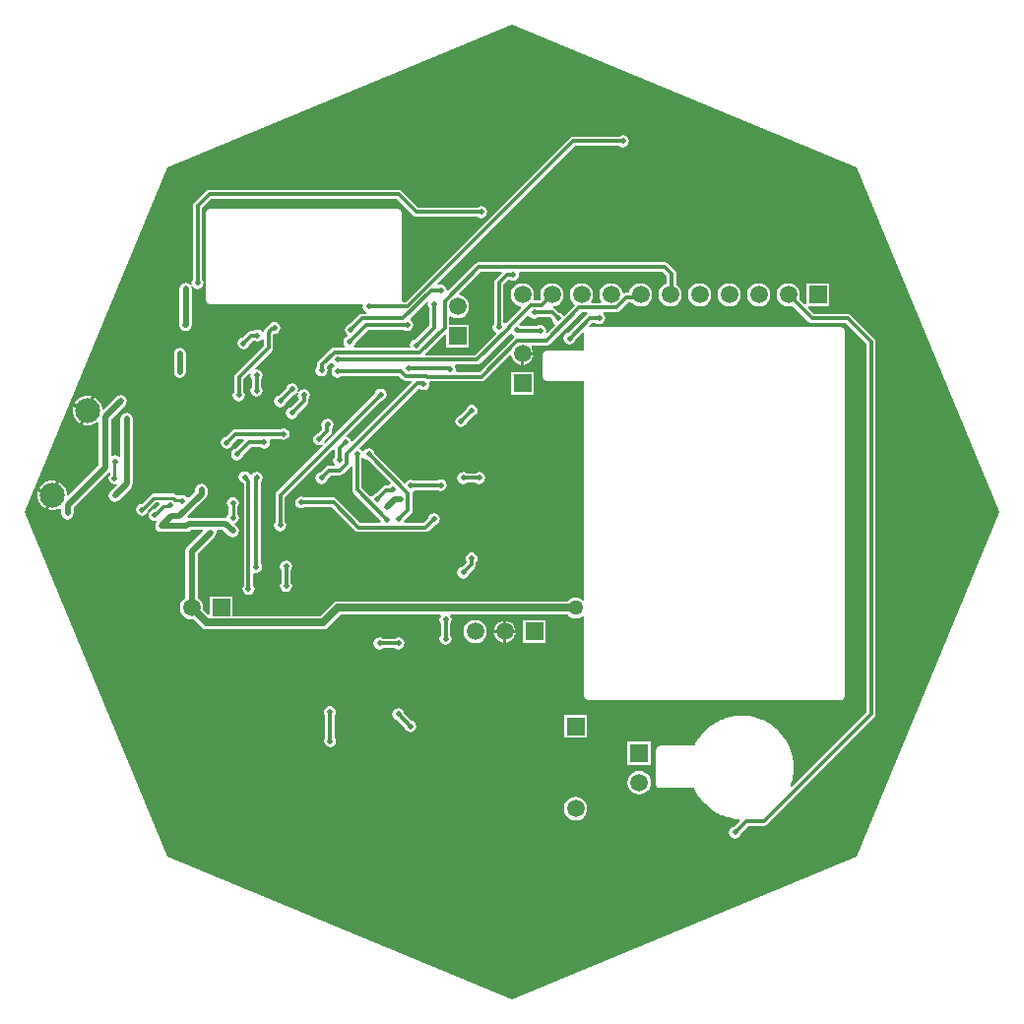
<source format=gbl>
G04*
G04 #@! TF.GenerationSoftware,Altium Limited,Altium Designer,21.4.1 (30)*
G04*
G04 Layer_Physical_Order=2*
G04 Layer_Color=16711680*
%FSLAX44Y44*%
%MOMM*%
G71*
G04*
G04 #@! TF.SameCoordinates,F062A0B2-1153-48B6-B7C1-D9BF76563F52*
G04*
G04*
G04 #@! TF.FilePolarity,Positive*
G04*
G01*
G75*
%ADD12C,0.2540*%
%ADD78C,0.3048*%
%ADD80C,0.5080*%
%ADD81C,0.6350*%
%ADD82R,1.5000X1.5000*%
%ADD83C,1.5000*%
%ADD84C,2.1450*%
%ADD85R,1.5000X1.5000*%
%ADD86C,0.5000*%
%ADD87C,1.2700*%
G36*
X1329019Y1054698D02*
X1451836Y758190D01*
X1329019Y461682D01*
X1032510Y338864D01*
X736002Y461682D01*
X613184Y758190D01*
X736002Y1054698D01*
X1032510Y1177516D01*
X1329019Y1054698D01*
D02*
G37*
%LPC*%
G36*
X1127760Y1082099D02*
X1125794Y1081708D01*
X1124890Y1081104D01*
X1085064D01*
X1083479Y1080788D01*
X1082134Y1079890D01*
X941108Y938864D01*
X938082D01*
X937313Y939800D01*
Y1016000D01*
X937116Y1016992D01*
X936553Y1017833D01*
X935712Y1018396D01*
X934720Y1018593D01*
X772160D01*
X771168Y1018396D01*
X770327Y1017833D01*
X769764Y1016992D01*
X769567Y1016000D01*
Y939800D01*
X769764Y938808D01*
X770327Y937967D01*
X771168Y937404D01*
X772160Y937207D01*
X903509D01*
X904423Y935937D01*
X904181Y934720D01*
X904572Y932754D01*
X905686Y931086D01*
X907354Y929972D01*
X907222Y928704D01*
X903633D01*
X902047Y928388D01*
X900703Y927490D01*
X892876Y919663D01*
X891810Y919451D01*
X890143Y918337D01*
X889029Y916670D01*
X888638Y914703D01*
X889029Y912737D01*
X890143Y911070D01*
X891118Y910418D01*
X891154Y910343D01*
X890894Y909040D01*
X890630Y908988D01*
X888962Y907874D01*
X887848Y906207D01*
X887457Y904240D01*
X887848Y902273D01*
X888714Y900978D01*
X888195Y899708D01*
X879717D01*
X878131Y899392D01*
X876787Y898494D01*
X866124Y887830D01*
X865225Y886486D01*
X864910Y884900D01*
Y883146D01*
X863932Y881684D01*
X863541Y879717D01*
X863932Y877751D01*
X865046Y876084D01*
X866713Y874969D01*
X868680Y874578D01*
X870647Y874969D01*
X872314Y876084D01*
X873428Y877751D01*
X873819Y879717D01*
X873428Y881684D01*
X873197Y882029D01*
Y883184D01*
X876584Y886571D01*
X878151Y886342D01*
X878802Y885366D01*
X879857Y884662D01*
Y883178D01*
X878802Y882474D01*
X877688Y880807D01*
X877297Y878840D01*
X877688Y876873D01*
X878802Y875206D01*
X880470Y874092D01*
X882436Y873701D01*
X884402Y874092D01*
X885306Y874696D01*
X935444D01*
X937747Y872393D01*
X939091Y871495D01*
X940677Y871180D01*
X945818D01*
X946304Y870006D01*
X895225Y818928D01*
X893847Y819346D01*
X893748Y819846D01*
X892634Y821514D01*
X890966Y822628D01*
X890520Y822716D01*
X890152Y823932D01*
X920380Y854160D01*
X921447Y854372D01*
X923114Y855486D01*
X924228Y857153D01*
X924619Y859120D01*
X924228Y861087D01*
X923114Y862754D01*
X921447Y863868D01*
X919480Y864259D01*
X917514Y863868D01*
X915846Y862754D01*
X914732Y861087D01*
X914520Y860020D01*
X871661Y817161D01*
X870675Y817971D01*
X871218Y818784D01*
X871430Y819850D01*
X876317Y824736D01*
X877215Y826081D01*
X877530Y827666D01*
Y829691D01*
X878508Y831153D01*
X878899Y833120D01*
X878508Y835087D01*
X877394Y836754D01*
X875726Y837868D01*
X873760Y838259D01*
X871794Y837868D01*
X870126Y836754D01*
X869012Y835087D01*
X868621Y833120D01*
X869012Y831153D01*
X869243Y830809D01*
Y829383D01*
X865570Y825710D01*
X864504Y825498D01*
X862837Y824384D01*
X861723Y822717D01*
X861332Y820750D01*
X861723Y818784D01*
X862837Y817117D01*
X864504Y816003D01*
X866470Y815612D01*
X868437Y816003D01*
X869250Y816546D01*
X870060Y815560D01*
X830190Y775690D01*
X829292Y774346D01*
X828976Y772760D01*
Y749630D01*
X828372Y748727D01*
X827981Y746760D01*
X828372Y744793D01*
X829486Y743126D01*
X831153Y742012D01*
X833120Y741621D01*
X835087Y742012D01*
X836754Y743126D01*
X837868Y744793D01*
X838259Y746760D01*
X837868Y748727D01*
X837264Y749630D01*
Y771044D01*
X878506Y812286D01*
X879776Y811760D01*
Y805510D01*
X879172Y804606D01*
X878781Y802640D01*
X879172Y800674D01*
X880116Y799261D01*
X879694Y797991D01*
X875127D01*
X873542Y797675D01*
X872197Y796777D01*
X867780Y792360D01*
X866713Y792148D01*
X865046Y791034D01*
X863932Y789367D01*
X863541Y787400D01*
X863932Y785434D01*
X865046Y783766D01*
X866713Y782652D01*
X868680Y782261D01*
X870647Y782652D01*
X872314Y783766D01*
X873428Y785434D01*
X873640Y786500D01*
X876844Y789704D01*
X884410D01*
X885996Y790019D01*
X887340Y790917D01*
X893414Y796991D01*
X893746Y797488D01*
X895016Y797103D01*
Y777240D01*
X895332Y775654D01*
X896230Y774310D01*
X919880Y750660D01*
X919930Y750410D01*
X918984Y749140D01*
X902142D01*
X881920Y769362D01*
X880576Y770260D01*
X878990Y770576D01*
X854199D01*
X853295Y771180D01*
X851329Y771571D01*
X849362Y771180D01*
X847695Y770066D01*
X846581Y768399D01*
X846190Y766432D01*
X846581Y764466D01*
X847695Y762799D01*
X849362Y761685D01*
X851329Y761293D01*
X853295Y761685D01*
X854199Y762289D01*
X877274D01*
X897496Y742066D01*
X898840Y741168D01*
X900426Y740853D01*
X958356D01*
X959942Y741168D01*
X961286Y742066D01*
X966100Y746880D01*
X967167Y747092D01*
X968834Y748206D01*
X969948Y749874D01*
X970339Y751840D01*
X969948Y753807D01*
X968834Y755474D01*
X967167Y756588D01*
X965200Y756979D01*
X963233Y756588D01*
X961566Y755474D01*
X960452Y753807D01*
X960240Y752740D01*
X956640Y749140D01*
X940388D01*
X939574Y750410D01*
X939680Y750940D01*
X945974Y757234D01*
X946872Y758578D01*
X947187Y760164D01*
Y773996D01*
X947083Y774522D01*
X947619Y775923D01*
X948948Y776812D01*
X968916D01*
X969394Y776492D01*
X971360Y776101D01*
X973327Y776492D01*
X974994Y777606D01*
X976108Y779273D01*
X976499Y781240D01*
X976108Y783206D01*
X974994Y784874D01*
X973327Y785987D01*
X971360Y786379D01*
X969394Y785987D01*
X968064Y785099D01*
X948097D01*
X947618Y785418D01*
X945652Y785810D01*
X943686Y785418D01*
X942018Y784305D01*
X941367Y783329D01*
X939800Y783100D01*
X914280Y808620D01*
X914068Y809687D01*
X912954Y811354D01*
X911286Y812468D01*
X909320Y812859D01*
X907354Y812468D01*
X905686Y811354D01*
X904982Y810299D01*
X903498D01*
X902794Y811354D01*
X901818Y812005D01*
X901589Y813572D01*
X952553Y864536D01*
X953052D01*
X954557Y863531D01*
X956524Y863139D01*
X958491Y863531D01*
X960158Y864645D01*
X961272Y866312D01*
X961663Y868278D01*
X961498Y869108D01*
X962540Y870378D01*
X1006251D01*
X1007837Y870693D01*
X1009181Y871591D01*
X1030669Y893079D01*
X1032010Y892624D01*
X1032144Y891600D01*
X1033102Y889289D01*
X1034624Y887305D01*
X1036609Y885782D01*
X1038920Y884825D01*
X1039900Y884696D01*
Y894080D01*
X1041400D01*
Y895580D01*
X1050785D01*
X1050656Y896560D01*
X1049698Y898871D01*
X1049070Y899690D01*
X1049696Y900960D01*
X1061707D01*
X1063293Y901276D01*
X1064637Y902174D01*
X1092175Y929712D01*
X1096986D01*
X1097371Y928442D01*
X1096646Y927958D01*
X1081140Y912451D01*
X1080073Y912239D01*
X1078406Y911125D01*
X1077292Y909458D01*
X1076901Y907492D01*
X1077292Y905525D01*
X1078406Y903858D01*
X1080073Y902744D01*
X1082040Y902353D01*
X1084007Y902744D01*
X1085674Y903858D01*
X1086788Y905525D01*
X1087000Y906591D01*
X1093514Y913105D01*
X1094687Y912619D01*
Y896673D01*
X1061720D01*
X1060728Y896476D01*
X1059886Y895913D01*
X1059324Y895072D01*
X1059127Y894080D01*
Y873760D01*
X1059324Y872768D01*
X1059886Y871926D01*
X1060728Y871364D01*
X1061720Y871167D01*
X1094687D01*
Y682357D01*
X1093875Y682082D01*
X1093417Y682014D01*
X1091603Y683405D01*
X1089441Y684301D01*
X1087120Y684607D01*
X1084799Y684301D01*
X1082637Y683405D01*
X1080780Y681980D01*
X1080386Y681467D01*
X882659D01*
X880429Y681023D01*
X878539Y679760D01*
X867571Y668792D01*
X792360D01*
Y685680D01*
X772280D01*
Y670317D01*
X771010Y669791D01*
X766827Y673973D01*
X767047Y675640D01*
X766702Y678261D01*
X765690Y680703D01*
X764081Y682801D01*
X762100Y684321D01*
Y722375D01*
X776783Y737057D01*
X777905Y738738D01*
X778299Y740720D01*
X778075Y741851D01*
X779037Y743120D01*
X783715D01*
X788818Y738018D01*
X790498Y736895D01*
X792480Y736500D01*
X794462Y736895D01*
X796143Y738018D01*
X797265Y739698D01*
X797660Y741680D01*
X797265Y743662D01*
X796143Y745342D01*
X794136Y747348D01*
X794616Y748665D01*
X796114Y749666D01*
X797228Y751333D01*
X797619Y753300D01*
X797228Y755266D01*
X796365Y756558D01*
Y762662D01*
X797228Y763953D01*
X797619Y765920D01*
X797228Y767887D01*
X796114Y769554D01*
X794446Y770668D01*
X792480Y771059D01*
X790514Y770668D01*
X788846Y769554D01*
X787732Y767887D01*
X787341Y765920D01*
X787732Y763953D01*
X788595Y762662D01*
Y756558D01*
X787732Y755266D01*
X787341Y753300D01*
X787245Y753204D01*
X785860Y753480D01*
X754660D01*
X754036Y753355D01*
X753410Y754526D01*
X769043Y770158D01*
X770165Y771838D01*
X770559Y773820D01*
Y777240D01*
X770165Y779222D01*
X769043Y780902D01*
X767362Y782025D01*
X765380Y782420D01*
X763398Y782025D01*
X761718Y780902D01*
X760595Y779222D01*
X760201Y777240D01*
Y775966D01*
X754508Y770274D01*
X752935Y770497D01*
X752295Y771455D01*
X750628Y772569D01*
X748661Y772960D01*
X746695Y772569D01*
X746108Y772177D01*
X744561D01*
X743820Y772917D01*
X742560Y773759D01*
X741074Y774054D01*
X724450D01*
X722963Y773759D01*
X721703Y772917D01*
X713915Y765129D01*
X712392Y764826D01*
X710724Y763712D01*
X709611Y762045D01*
X709219Y760078D01*
X709611Y758112D01*
X710724Y756444D01*
X712392Y755331D01*
X714358Y754939D01*
X716325Y755331D01*
X717992Y756444D01*
X719106Y758112D01*
X719409Y759635D01*
X726059Y766285D01*
X728515D01*
X729041Y765015D01*
X724757Y760731D01*
X723234Y760428D01*
X721566Y759314D01*
X720453Y757647D01*
X720061Y755680D01*
X720453Y753714D01*
X721566Y752047D01*
X723234Y750933D01*
X725200Y750541D01*
X726424Y750785D01*
X726937Y750125D01*
X727111Y749627D01*
X726087Y748094D01*
X725692Y746112D01*
X726087Y744130D01*
X727209Y742449D01*
X728890Y741327D01*
X730872Y740932D01*
X752472D01*
X754454Y741327D01*
X756134Y742449D01*
X756805Y743120D01*
X766536D01*
X767022Y741947D01*
X753258Y728183D01*
X752135Y726502D01*
X751740Y724520D01*
Y684321D01*
X749759Y682801D01*
X748150Y680703D01*
X747138Y678261D01*
X746793Y675640D01*
X747138Y673019D01*
X748150Y670577D01*
X749759Y668479D01*
X751857Y666870D01*
X754299Y665858D01*
X756920Y665513D01*
X758587Y665733D01*
X765475Y658845D01*
X767365Y657582D01*
X769595Y657138D01*
X869984D01*
X872214Y657582D01*
X874105Y658845D01*
X885073Y669813D01*
X970666D01*
X971345Y668543D01*
X970612Y667447D01*
X970221Y665480D01*
X970612Y663513D01*
X971216Y662610D01*
Y652100D01*
X970612Y651197D01*
X970221Y649230D01*
X970612Y647263D01*
X971726Y645596D01*
X973393Y644482D01*
X975360Y644091D01*
X977327Y644482D01*
X978994Y645596D01*
X980108Y647263D01*
X980499Y649230D01*
X980108Y651197D01*
X979504Y652100D01*
Y662610D01*
X980108Y663513D01*
X980499Y665480D01*
X980108Y667447D01*
X979375Y668543D01*
X980054Y669813D01*
X1080386D01*
X1080780Y669300D01*
X1082637Y667875D01*
X1084799Y666979D01*
X1087120Y666673D01*
X1089441Y666979D01*
X1091603Y667875D01*
X1093417Y669266D01*
X1093875Y669198D01*
X1094687Y668923D01*
Y599440D01*
X1094884Y598448D01*
X1095446Y597607D01*
X1096288Y597044D01*
X1097280Y596847D01*
X1315720D01*
X1316712Y597044D01*
X1317554Y597607D01*
X1318116Y598448D01*
X1318313Y599440D01*
Y914400D01*
X1318116Y915392D01*
X1317554Y916234D01*
X1316712Y916796D01*
X1315720Y916993D01*
X1099061D01*
X1098575Y918166D01*
X1101293Y920884D01*
X1104570D01*
X1105473Y920280D01*
X1107440Y919889D01*
X1109407Y920280D01*
X1111074Y921394D01*
X1112188Y923062D01*
X1112579Y925028D01*
X1112188Y926994D01*
X1111220Y928442D01*
X1111613Y929712D01*
X1122166D01*
X1123752Y930028D01*
X1125096Y930926D01*
X1132644Y938474D01*
X1135260D01*
X1135839Y937719D01*
X1137937Y936110D01*
X1140379Y935098D01*
X1143000Y934753D01*
X1145621Y935098D01*
X1148063Y936110D01*
X1150161Y937719D01*
X1151770Y939817D01*
X1152782Y942259D01*
X1153127Y944880D01*
X1152782Y947501D01*
X1151770Y949943D01*
X1150161Y952041D01*
X1148063Y953650D01*
X1145621Y954662D01*
X1143000Y955007D01*
X1140379Y954662D01*
X1137937Y953650D01*
X1135839Y952041D01*
X1134230Y949943D01*
X1133218Y947501D01*
X1133121Y946761D01*
X1130928D01*
X1130928Y946761D01*
X1129342Y946446D01*
X1128845Y946114D01*
X1127483Y946731D01*
X1127382Y947501D01*
X1126370Y949943D01*
X1124761Y952041D01*
X1122663Y953650D01*
X1120221Y954662D01*
X1117600Y955007D01*
X1114979Y954662D01*
X1112537Y953650D01*
X1110439Y952041D01*
X1108830Y949943D01*
X1107818Y947501D01*
X1107473Y944880D01*
X1107818Y942259D01*
X1108830Y939817D01*
X1109350Y939139D01*
X1108789Y938000D01*
X1101011D01*
X1100450Y939139D01*
X1100970Y939817D01*
X1101982Y942259D01*
X1102327Y944880D01*
X1101982Y947501D01*
X1100970Y949943D01*
X1099361Y952041D01*
X1097263Y953650D01*
X1094821Y954662D01*
X1092200Y955007D01*
X1089579Y954662D01*
X1087137Y953650D01*
X1085039Y952041D01*
X1083430Y949943D01*
X1082418Y947501D01*
X1082073Y944880D01*
X1082418Y942259D01*
X1083430Y939817D01*
X1085039Y937719D01*
X1086212Y936820D01*
X1086295Y935552D01*
X1077732Y926989D01*
X1076165Y927218D01*
X1075514Y928194D01*
X1073847Y929308D01*
X1072780Y929520D01*
X1069730Y932570D01*
X1068386Y933468D01*
X1067741Y933596D01*
X1067784Y934883D01*
X1069421Y935098D01*
X1071863Y936110D01*
X1073961Y937719D01*
X1075570Y939817D01*
X1076582Y942259D01*
X1076927Y944880D01*
X1076582Y947501D01*
X1075570Y949943D01*
X1073961Y952041D01*
X1071863Y953650D01*
X1069421Y954662D01*
X1066800Y955007D01*
X1064179Y954662D01*
X1061737Y953650D01*
X1059639Y952041D01*
X1058030Y949943D01*
X1057018Y947501D01*
X1056673Y944880D01*
X1057018Y942259D01*
X1057399Y941339D01*
X1056408Y940348D01*
X1051533D01*
X1050827Y941404D01*
X1051182Y942259D01*
X1051527Y944880D01*
X1051182Y947501D01*
X1050170Y949943D01*
X1048561Y952041D01*
X1046463Y953650D01*
X1044021Y954662D01*
X1041400Y955007D01*
X1038779Y954662D01*
X1036337Y953650D01*
X1034239Y952041D01*
X1032630Y949943D01*
X1031618Y947501D01*
X1031273Y944880D01*
X1031618Y942259D01*
X1032630Y939817D01*
X1034239Y937719D01*
X1036337Y936110D01*
X1038779Y935098D01*
X1039928Y934947D01*
X1040383Y933606D01*
X1027457Y920679D01*
X1025844Y920649D01*
X1025741Y920711D01*
X1025224Y921230D01*
Y953324D01*
X1029604Y957704D01*
X1031030D01*
X1031375Y957474D01*
X1033341Y957083D01*
X1035308Y957474D01*
X1036975Y958588D01*
X1038089Y960255D01*
X1038480Y962221D01*
X1038251Y963372D01*
X1039197Y964642D01*
X1162221D01*
X1165740Y961123D01*
Y954645D01*
X1163337Y953650D01*
X1161239Y952041D01*
X1159630Y949943D01*
X1158618Y947501D01*
X1158273Y944880D01*
X1158618Y942259D01*
X1159630Y939817D01*
X1161239Y937719D01*
X1163337Y936110D01*
X1165779Y935098D01*
X1168400Y934753D01*
X1171021Y935098D01*
X1173463Y936110D01*
X1175561Y937719D01*
X1177170Y939817D01*
X1178182Y942259D01*
X1178527Y944880D01*
X1178182Y947501D01*
X1177170Y949943D01*
X1175561Y952041D01*
X1174027Y953217D01*
Y962839D01*
X1173712Y964425D01*
X1172814Y965769D01*
X1166867Y971715D01*
X1165523Y972614D01*
X1163937Y972929D01*
X1003995D01*
X1002409Y972614D01*
X1001065Y971715D01*
X977762Y948413D01*
X977015Y948669D01*
X976522Y948969D01*
X976159Y950795D01*
X975045Y952462D01*
X973378Y953576D01*
X971411Y953967D01*
X969445Y953576D01*
X969118Y953358D01*
X968308Y954344D01*
X1086781Y1072816D01*
X1124890D01*
X1125794Y1072212D01*
X1127760Y1071821D01*
X1129726Y1072212D01*
X1131394Y1073326D01*
X1132508Y1074994D01*
X1132899Y1076960D01*
X1132508Y1078926D01*
X1131394Y1080594D01*
X1129726Y1081708D01*
X1127760Y1082099D01*
D02*
G37*
G36*
X934720Y1035384D02*
X772160D01*
X770574Y1035068D01*
X769230Y1034170D01*
X759070Y1024010D01*
X758172Y1022666D01*
X757856Y1021080D01*
Y957910D01*
X757252Y957007D01*
X756861Y955040D01*
X757191Y953381D01*
X755995Y952885D01*
X755502Y953623D01*
X753822Y954745D01*
X751840Y955139D01*
X749858Y954745D01*
X748177Y953623D01*
X747055Y951942D01*
X746661Y949960D01*
Y919245D01*
X746557Y918727D01*
X746952Y916744D01*
X748074Y915064D01*
X749755Y913941D01*
X751737Y913547D01*
X753719Y913941D01*
X755399Y915064D01*
X755502Y915167D01*
X756625Y916847D01*
X757020Y918830D01*
Y949960D01*
X756686Y951635D01*
X757883Y952130D01*
X758366Y951406D01*
X760033Y950292D01*
X762000Y949901D01*
X763967Y950292D01*
X765634Y951406D01*
X766748Y953074D01*
X767139Y955040D01*
X766748Y957007D01*
X766144Y957910D01*
Y1019364D01*
X773876Y1027096D01*
X933004D01*
X947030Y1013070D01*
X948374Y1012172D01*
X949960Y1011856D01*
X1002970D01*
X1003874Y1011252D01*
X1005840Y1010861D01*
X1007806Y1011252D01*
X1009474Y1012366D01*
X1010588Y1014034D01*
X1010979Y1016000D01*
X1010588Y1017967D01*
X1009474Y1019634D01*
X1007806Y1020748D01*
X1005840Y1021139D01*
X1003874Y1020748D01*
X1002970Y1020144D01*
X951676D01*
X937650Y1034170D01*
X936306Y1035068D01*
X934720Y1035384D01*
D02*
G37*
G36*
X1244600Y955007D02*
X1241979Y954662D01*
X1239537Y953650D01*
X1237439Y952041D01*
X1235830Y949943D01*
X1234818Y947501D01*
X1234473Y944880D01*
X1234818Y942259D01*
X1235830Y939817D01*
X1237439Y937719D01*
X1239537Y936110D01*
X1241979Y935098D01*
X1244600Y934753D01*
X1247221Y935098D01*
X1249663Y936110D01*
X1251761Y937719D01*
X1253370Y939817D01*
X1254382Y942259D01*
X1254727Y944880D01*
X1254382Y947501D01*
X1253370Y949943D01*
X1251761Y952041D01*
X1249663Y953650D01*
X1247221Y954662D01*
X1244600Y955007D01*
D02*
G37*
G36*
X1219200D02*
X1216579Y954662D01*
X1214137Y953650D01*
X1212039Y952041D01*
X1210430Y949943D01*
X1209418Y947501D01*
X1209073Y944880D01*
X1209418Y942259D01*
X1210430Y939817D01*
X1212039Y937719D01*
X1214137Y936110D01*
X1216579Y935098D01*
X1219200Y934753D01*
X1221821Y935098D01*
X1224263Y936110D01*
X1226361Y937719D01*
X1227970Y939817D01*
X1228982Y942259D01*
X1229327Y944880D01*
X1228982Y947501D01*
X1227970Y949943D01*
X1226361Y952041D01*
X1224263Y953650D01*
X1221821Y954662D01*
X1219200Y955007D01*
D02*
G37*
G36*
X1193800D02*
X1191179Y954662D01*
X1188737Y953650D01*
X1186639Y952041D01*
X1185030Y949943D01*
X1184018Y947501D01*
X1183673Y944880D01*
X1184018Y942259D01*
X1185030Y939817D01*
X1186639Y937719D01*
X1188737Y936110D01*
X1191179Y935098D01*
X1193800Y934753D01*
X1196421Y935098D01*
X1198863Y936110D01*
X1200961Y937719D01*
X1202570Y939817D01*
X1203582Y942259D01*
X1203927Y944880D01*
X1203582Y947501D01*
X1202570Y949943D01*
X1200961Y952041D01*
X1198863Y953650D01*
X1196421Y954662D01*
X1193800Y955007D01*
D02*
G37*
G36*
X828040Y921614D02*
X826074Y921223D01*
X824406Y920109D01*
X823292Y918442D01*
X823254Y918247D01*
X823160Y918228D01*
X821815Y917330D01*
X820030Y915545D01*
X819132Y914200D01*
X818898Y913027D01*
X817705Y912698D01*
X817585Y912707D01*
X817025Y913545D01*
X815358Y914659D01*
X813391Y915050D01*
X811425Y914659D01*
X809962Y913682D01*
X807938D01*
X806352Y913366D01*
X805008Y912468D01*
X800668Y908128D01*
X799602Y907916D01*
X797935Y906802D01*
X796821Y905135D01*
X796430Y903169D01*
X796821Y901202D01*
X797935Y899535D01*
X799602Y898421D01*
X801569Y898030D01*
X803535Y898421D01*
X805202Y899535D01*
X806316Y901202D01*
X806528Y902268D01*
X809654Y905394D01*
X811080D01*
X811425Y905164D01*
X813391Y904773D01*
X815358Y905164D01*
X817025Y906278D01*
X817546Y907058D01*
X818816Y906673D01*
Y901141D01*
X794630Y876954D01*
X793732Y875610D01*
X793416Y874024D01*
Y861390D01*
X792812Y860487D01*
X792421Y858520D01*
X792812Y856553D01*
X793926Y854886D01*
X795593Y853772D01*
X797560Y853381D01*
X799527Y853772D01*
X801194Y854886D01*
X802308Y856553D01*
X802699Y858520D01*
X802308Y860487D01*
X801704Y861390D01*
Y872308D01*
X806696Y877300D01*
X807866Y876674D01*
X807661Y875644D01*
X808052Y873678D01*
X808656Y872774D01*
Y865386D01*
X808052Y864482D01*
X807661Y862516D01*
X808052Y860549D01*
X809166Y858882D01*
X810834Y857768D01*
X812800Y857377D01*
X814766Y857768D01*
X816434Y858882D01*
X817548Y860549D01*
X817939Y862516D01*
X817548Y864482D01*
X816944Y865386D01*
Y872774D01*
X817548Y873678D01*
X817939Y875644D01*
X817548Y877610D01*
X816434Y879278D01*
X814766Y880392D01*
X812800Y880783D01*
X811770Y880578D01*
X811144Y881748D01*
X825890Y896494D01*
X826788Y897838D01*
X827104Y899424D01*
X827104Y899424D01*
Y910626D01*
X828221Y911373D01*
X830006Y911728D01*
X831674Y912842D01*
X832788Y914509D01*
X833179Y916475D01*
X832788Y918442D01*
X831674Y920109D01*
X830006Y921223D01*
X828040Y921614D01*
D02*
G37*
G36*
X1050785Y892580D02*
X1042900D01*
Y884696D01*
X1043880Y884825D01*
X1046191Y885782D01*
X1048175Y887305D01*
X1049698Y889289D01*
X1050656Y891600D01*
X1050785Y892580D01*
D02*
G37*
G36*
X746859Y899259D02*
X744877Y898865D01*
X743196Y897742D01*
X742074Y896062D01*
X741679Y894080D01*
Y878824D01*
X742074Y876842D01*
X743196Y875162D01*
X743239Y875119D01*
X744920Y873996D01*
X746902Y873602D01*
X748884Y873996D01*
X750564Y875119D01*
X751687Y876799D01*
X752081Y878781D01*
X752038Y878997D01*
Y894080D01*
X751644Y896062D01*
X750521Y897742D01*
X748841Y898865D01*
X746859Y899259D01*
D02*
G37*
G36*
X1051440Y878720D02*
X1031360D01*
Y858640D01*
X1051440D01*
Y878720D01*
D02*
G37*
G36*
X668878Y858278D02*
X665527D01*
X662291Y857411D01*
X659389Y855735D01*
X657020Y853366D01*
X656101Y851775D01*
X666391Y847513D01*
X670653Y857802D01*
X668878Y858278D01*
D02*
G37*
G36*
X695960Y858620D02*
X693978Y858225D01*
X692298Y857103D01*
X681101Y845906D01*
X679927Y846392D01*
Y847228D01*
X679060Y850464D01*
X677385Y853366D01*
X675016Y855735D01*
X673424Y856654D01*
X668588Y844979D01*
X663752Y833303D01*
X665527Y832828D01*
X668878D01*
X672114Y833695D01*
X675016Y835370D01*
X676115Y836469D01*
X677288Y835983D01*
Y798621D01*
X650869Y772202D01*
X649695Y772688D01*
Y774241D01*
X648828Y777478D01*
X647153Y780379D01*
X644784Y782749D01*
X643192Y783668D01*
X638356Y771992D01*
X633520Y760317D01*
X635295Y759841D01*
X638646D01*
X641882Y760708D01*
X643791Y761810D01*
X645061Y761077D01*
Y756920D01*
X645455Y754938D01*
X646578Y753258D01*
X648258Y752135D01*
X650240Y751740D01*
X652222Y752135D01*
X653903Y753258D01*
X655025Y754938D01*
X655419Y756920D01*
Y762102D01*
X685679Y792362D01*
X686949Y791836D01*
Y790635D01*
X686041Y789275D01*
X685649Y787308D01*
X686041Y785342D01*
X687154Y783674D01*
X688822Y782561D01*
X690788Y782169D01*
X692012Y782413D01*
X692637Y781242D01*
X687217Y775823D01*
X686095Y774142D01*
X685701Y772160D01*
X686095Y770178D01*
X687217Y768497D01*
X688898Y767375D01*
X690880Y766981D01*
X692862Y767375D01*
X694542Y768497D01*
X704703Y778658D01*
X705825Y780338D01*
X706219Y782320D01*
Y838200D01*
X705825Y840182D01*
X704703Y841862D01*
X703022Y842985D01*
X701040Y843380D01*
X699058Y842985D01*
X697377Y841862D01*
X696255Y840182D01*
X695861Y838200D01*
Y805623D01*
X694591Y805238D01*
X694514Y805353D01*
X692847Y806467D01*
X690880Y806858D01*
X688913Y806467D01*
X688767Y806369D01*
X687647Y806968D01*
Y837802D01*
X699622Y849778D01*
X700745Y851458D01*
X701140Y853440D01*
X700745Y855422D01*
X699622Y857103D01*
X697942Y858225D01*
X695960Y858620D01*
D02*
G37*
G36*
X843280Y868739D02*
X841313Y868348D01*
X839646Y867234D01*
X838532Y865566D01*
X838320Y864500D01*
X832220Y858400D01*
X831153Y858188D01*
X829486Y857074D01*
X828372Y855406D01*
X827981Y853440D01*
X828372Y851473D01*
X829486Y849806D01*
X831153Y848692D01*
X833120Y848301D01*
X835087Y848692D01*
X836754Y849806D01*
X837868Y851473D01*
X838080Y852540D01*
X844180Y858640D01*
X845247Y858852D01*
X846914Y859966D01*
X847358Y860631D01*
X847596Y860987D01*
X848692Y860487D01*
X848592Y859980D01*
X848301Y858520D01*
X848692Y856553D01*
X849296Y855650D01*
Y855156D01*
X842380Y848240D01*
X841313Y848028D01*
X839646Y846914D01*
X838532Y845247D01*
X838141Y843280D01*
X838532Y841313D01*
X839646Y839646D01*
X841313Y838532D01*
X843280Y838141D01*
X845247Y838532D01*
X846914Y839646D01*
X848028Y841313D01*
X848240Y842380D01*
X856370Y850510D01*
X857268Y851854D01*
X857584Y853440D01*
Y855650D01*
X858188Y856553D01*
X858579Y858520D01*
X858188Y860487D01*
X857074Y862154D01*
X855406Y863268D01*
X853440Y863659D01*
X851473Y863268D01*
X849806Y862154D01*
X849362Y861489D01*
X849124Y861133D01*
X848028Y861634D01*
X848128Y862140D01*
X848419Y863600D01*
X848028Y865566D01*
X846914Y867234D01*
X845247Y868348D01*
X843280Y868739D01*
D02*
G37*
G36*
X654953Y849003D02*
X654477Y847228D01*
Y843877D01*
X655345Y840641D01*
X657020Y837739D01*
X659389Y835370D01*
X660981Y834451D01*
X665243Y844741D01*
X654953Y849003D01*
D02*
G37*
G36*
X997863Y850602D02*
X995897Y850211D01*
X994230Y849097D01*
X993116Y847430D01*
X992904Y846364D01*
X987680Y841140D01*
X986614Y840928D01*
X984947Y839814D01*
X983833Y838147D01*
X983442Y836180D01*
X983833Y834214D01*
X984947Y832547D01*
X986614Y831433D01*
X988580Y831042D01*
X990547Y831433D01*
X992214Y832547D01*
X993328Y834214D01*
X993540Y835280D01*
X998764Y840504D01*
X999830Y840716D01*
X1001497Y841830D01*
X1002611Y843497D01*
X1003002Y845463D01*
X1002611Y847430D01*
X1001497Y849097D01*
X999830Y850211D01*
X997863Y850602D01*
D02*
G37*
G36*
X835963Y830335D02*
X833997Y829944D01*
X833093Y829340D01*
X794716D01*
X793131Y829025D01*
X791787Y828127D01*
X786228Y822568D01*
X785162Y822356D01*
X783495Y821242D01*
X782381Y819575D01*
X781990Y817609D01*
X782381Y815642D01*
X783495Y813975D01*
X785162Y812861D01*
X787129Y812470D01*
X789095Y812861D01*
X790762Y813975D01*
X791876Y815642D01*
X792088Y816708D01*
X796433Y821053D01*
X801753D01*
X802279Y819783D01*
X795176Y812680D01*
X794109Y812468D01*
X792442Y811354D01*
X791328Y809687D01*
X790937Y807720D01*
X791328Y805753D01*
X792442Y804086D01*
X794109Y802972D01*
X796076Y802581D01*
X798043Y802972D01*
X799710Y804086D01*
X800824Y805753D01*
X801036Y806820D01*
X807952Y813736D01*
X816494D01*
X817398Y813132D01*
X819364Y812741D01*
X821330Y813132D01*
X822998Y814246D01*
X824112Y815913D01*
X824503Y817880D01*
X824124Y819783D01*
X824113Y820006D01*
X824765Y821053D01*
X833093D01*
X833997Y820449D01*
X835963Y820058D01*
X837930Y820449D01*
X839597Y821563D01*
X840711Y823230D01*
X841102Y825197D01*
X840711Y827163D01*
X839597Y828830D01*
X837930Y829944D01*
X835963Y830335D01*
D02*
G37*
G36*
X1004345Y792539D02*
X1002379Y792148D01*
X1001475Y791544D01*
X993470D01*
X992567Y792148D01*
X990600Y792539D01*
X988633Y792148D01*
X986966Y791034D01*
X985852Y789367D01*
X985461Y787400D01*
X985852Y785434D01*
X986966Y783766D01*
X988633Y782652D01*
X990600Y782261D01*
X992567Y782652D01*
X993470Y783256D01*
X1001475D01*
X1002379Y782652D01*
X1004345Y782261D01*
X1006312Y782652D01*
X1007979Y783766D01*
X1009093Y785434D01*
X1009484Y787400D01*
X1009093Y789367D01*
X1007979Y791034D01*
X1006312Y792148D01*
X1004345Y792539D01*
D02*
G37*
G36*
X638646Y785291D02*
X635295D01*
X632059Y784424D01*
X629157Y782749D01*
X626788Y780379D01*
X625869Y778788D01*
X636159Y774526D01*
X640421Y784816D01*
X638646Y785291D01*
D02*
G37*
G36*
X624721Y776016D02*
X624245Y774241D01*
Y770891D01*
X625113Y767654D01*
X626788Y764753D01*
X629157Y762384D01*
X630748Y761465D01*
X635011Y771754D01*
X624721Y776016D01*
D02*
G37*
G36*
X802640Y793259D02*
X800674Y792868D01*
X799006Y791754D01*
X797892Y790087D01*
X797501Y788120D01*
X797892Y786153D01*
X799006Y784486D01*
X800674Y783372D01*
X801080Y783292D01*
X801813Y782559D01*
Y695021D01*
X801209Y694117D01*
X800817Y692150D01*
X801209Y690184D01*
X802322Y688517D01*
X803990Y687403D01*
X805956Y687011D01*
X807923Y687403D01*
X809590Y688517D01*
X810704Y690184D01*
X811095Y692150D01*
X810704Y694117D01*
X810100Y695021D01*
Y705065D01*
X811370Y706010D01*
X812520Y705781D01*
X814487Y706173D01*
X816154Y707287D01*
X817268Y708954D01*
X817659Y710920D01*
X817268Y712887D01*
X816804Y713581D01*
Y784320D01*
X817548Y785434D01*
X817939Y787400D01*
X817548Y789367D01*
X816434Y791034D01*
X814766Y792148D01*
X812800Y792539D01*
X810834Y792148D01*
X809166Y791034D01*
X808648Y790258D01*
X808230Y790201D01*
X807197Y790372D01*
X806274Y791754D01*
X804606Y792868D01*
X802640Y793259D01*
D02*
G37*
G36*
X997781Y723520D02*
X995815Y723129D01*
X994148Y722015D01*
X993034Y720348D01*
X992643Y718381D01*
X993034Y716415D01*
X993264Y716070D01*
Y714644D01*
X989700Y711080D01*
X988633Y710868D01*
X986966Y709754D01*
X985852Y708086D01*
X985461Y706120D01*
X985852Y704154D01*
X986966Y702486D01*
X988633Y701372D01*
X990600Y700981D01*
X992567Y701372D01*
X994234Y702486D01*
X995348Y704154D01*
X995560Y705220D01*
X1000338Y709998D01*
X1001236Y711342D01*
X1001552Y712928D01*
Y714952D01*
X1002529Y716415D01*
X1002920Y718381D01*
X1002529Y720348D01*
X1001415Y722015D01*
X999748Y723129D01*
X997781Y723520D01*
D02*
G37*
G36*
X838200Y716339D02*
X836234Y715948D01*
X834566Y714834D01*
X833452Y713167D01*
X833061Y711200D01*
X833452Y709233D01*
X834056Y708330D01*
Y697500D01*
X833452Y696597D01*
X833061Y694630D01*
X833452Y692663D01*
X834566Y690996D01*
X836234Y689882D01*
X838200Y689491D01*
X840166Y689882D01*
X841834Y690996D01*
X842948Y692663D01*
X843339Y694630D01*
X842948Y696597D01*
X842344Y697500D01*
Y708330D01*
X842948Y709233D01*
X843339Y711200D01*
X842948Y713167D01*
X841834Y714834D01*
X840166Y715948D01*
X838200Y716339D01*
D02*
G37*
G36*
X1027660Y664705D02*
Y656820D01*
X1035545D01*
X1035415Y657800D01*
X1034458Y660111D01*
X1032935Y662095D01*
X1030951Y663618D01*
X1028640Y664576D01*
X1027660Y664705D01*
D02*
G37*
G36*
X1024660D02*
X1023680Y664576D01*
X1021369Y663618D01*
X1019385Y662095D01*
X1017862Y660111D01*
X1016905Y657800D01*
X1016776Y656820D01*
X1024660D01*
Y664705D01*
D02*
G37*
G36*
X934720Y650299D02*
X932754Y649908D01*
X931850Y649304D01*
X921526D01*
X920622Y649908D01*
X918656Y650299D01*
X916690Y649908D01*
X915022Y648794D01*
X913908Y647126D01*
X913517Y645160D01*
X913908Y643194D01*
X915022Y641526D01*
X916690Y640412D01*
X918656Y640021D01*
X920622Y640412D01*
X921526Y641016D01*
X931850D01*
X932754Y640412D01*
X934720Y640021D01*
X936686Y640412D01*
X938354Y641526D01*
X939468Y643194D01*
X939859Y645160D01*
X939468Y647126D01*
X938354Y648794D01*
X936686Y649908D01*
X934720Y650299D01*
D02*
G37*
G36*
X1035545Y653820D02*
X1027660D01*
Y645936D01*
X1028640Y646065D01*
X1030951Y647022D01*
X1032935Y648544D01*
X1034458Y650529D01*
X1035415Y652840D01*
X1035545Y653820D01*
D02*
G37*
G36*
X1024660D02*
X1016776D01*
X1016905Y652840D01*
X1017862Y650529D01*
X1019385Y648544D01*
X1021369Y647022D01*
X1023680Y646065D01*
X1024660Y645936D01*
Y653820D01*
D02*
G37*
G36*
X1061600Y665360D02*
X1041520D01*
Y645280D01*
X1061600D01*
Y665360D01*
D02*
G37*
G36*
X1000760Y665447D02*
X998139Y665102D01*
X995697Y664090D01*
X993599Y662481D01*
X991990Y660383D01*
X990978Y657941D01*
X990633Y655320D01*
X990978Y652699D01*
X991990Y650257D01*
X993599Y648159D01*
X995697Y646550D01*
X998139Y645538D01*
X1000760Y645193D01*
X1003381Y645538D01*
X1005823Y646550D01*
X1007921Y648159D01*
X1009530Y650257D01*
X1010542Y652699D01*
X1010887Y655320D01*
X1010542Y657941D01*
X1009530Y660383D01*
X1007921Y662481D01*
X1005823Y664090D01*
X1003381Y665102D01*
X1000760Y665447D01*
D02*
G37*
G36*
X934720Y589339D02*
X932754Y588948D01*
X931086Y587834D01*
X929972Y586166D01*
X929581Y584200D01*
X929972Y582234D01*
X931086Y580566D01*
X932754Y579452D01*
X933820Y579240D01*
X940192Y572868D01*
X940404Y571802D01*
X941518Y570135D01*
X943185Y569021D01*
X945151Y568630D01*
X947118Y569021D01*
X948785Y570135D01*
X949899Y571802D01*
X950290Y573769D01*
X949899Y575735D01*
X948785Y577402D01*
X947118Y578516D01*
X946052Y578728D01*
X939680Y585100D01*
X939468Y586166D01*
X938354Y587834D01*
X936686Y588948D01*
X934720Y589339D01*
D02*
G37*
G36*
X1097160Y584020D02*
X1077080D01*
Y563940D01*
X1097160D01*
Y584020D01*
D02*
G37*
G36*
X875780Y591358D02*
X873813Y590967D01*
X872146Y589853D01*
X871032Y588186D01*
X870641Y586220D01*
X871032Y584253D01*
X871636Y583349D01*
Y563509D01*
X871396Y563150D01*
X871005Y561184D01*
X871396Y559217D01*
X872510Y557550D01*
X874177Y556436D01*
X876143Y556045D01*
X878110Y556436D01*
X879777Y557550D01*
X880891Y559217D01*
X881282Y561184D01*
X880891Y563150D01*
X879923Y564598D01*
Y583349D01*
X880527Y584253D01*
X880918Y586220D01*
X880527Y588186D01*
X879413Y589853D01*
X877746Y590967D01*
X875780Y591358D01*
D02*
G37*
G36*
X1151924Y560839D02*
X1131844D01*
Y540760D01*
X1151924D01*
Y560839D01*
D02*
G37*
G36*
X1270000Y955007D02*
X1267379Y954662D01*
X1264937Y953650D01*
X1262839Y952041D01*
X1261230Y949943D01*
X1260218Y947501D01*
X1259873Y944880D01*
X1260218Y942259D01*
X1261230Y939817D01*
X1262839Y937719D01*
X1264937Y936110D01*
X1267379Y935098D01*
X1270000Y934753D01*
X1272621Y935098D01*
X1273541Y935479D01*
X1287390Y921630D01*
X1288734Y920732D01*
X1290320Y920416D01*
X1319084D01*
X1336976Y902524D01*
Y586088D01*
X1272959Y522071D01*
X1271842Y522749D01*
X1273092Y526715D01*
X1273188Y526998D01*
X1273200Y527057D01*
X1273563Y528207D01*
X1273584Y528405D01*
X1273652Y528592D01*
X1274156Y531861D01*
X1274327Y532725D01*
X1274356Y533164D01*
X1274630Y534944D01*
X1274621Y535143D01*
X1274660Y535338D01*
Y537804D01*
X1274709Y538551D01*
X1274660Y539299D01*
Y541764D01*
X1274621Y541960D01*
X1274630Y542158D01*
X1274356Y543938D01*
X1274327Y544378D01*
X1274156Y545241D01*
X1273652Y548510D01*
X1273584Y548697D01*
X1273563Y548895D01*
X1273200Y550046D01*
X1273188Y550104D01*
X1273092Y550388D01*
X1271630Y555024D01*
X1271534Y555199D01*
X1271483Y555391D01*
X1268641Y561155D01*
X1268519Y561312D01*
X1268439Y561495D01*
X1265651Y565476D01*
X1265485Y565726D01*
X1265445Y565771D01*
X1264753Y566759D01*
X1264609Y566897D01*
X1264502Y567064D01*
X1262215Y569454D01*
X1261635Y570116D01*
X1261303Y570406D01*
X1260058Y571707D01*
X1259895Y571821D01*
X1259764Y571970D01*
X1257808Y573471D01*
X1257245Y573965D01*
X1256622Y574382D01*
X1254666Y575883D01*
X1254487Y575971D01*
X1254335Y576099D01*
X1252756Y576965D01*
X1252390Y577209D01*
X1251600Y577599D01*
X1248700Y579190D01*
X1248511Y579250D01*
X1248341Y579353D01*
X1247207Y579766D01*
X1247153Y579792D01*
X1246869Y579888D01*
X1242301Y581551D01*
X1242105Y581581D01*
X1241921Y581657D01*
X1235618Y582911D01*
X1235419D01*
X1235226Y582958D01*
X1230368Y583170D01*
X1230070Y583190D01*
X1230011Y583186D01*
X1228805Y583239D01*
X1228608Y583208D01*
X1228410Y583226D01*
X1225122Y582866D01*
X1224244Y582808D01*
X1223812Y582722D01*
X1222022Y582526D01*
X1221832Y582466D01*
X1221634Y582453D01*
X1219252Y581815D01*
X1218517Y581669D01*
X1217808Y581428D01*
X1215426Y580790D01*
X1215247Y580702D01*
X1215053Y580659D01*
X1213405Y579934D01*
X1212988Y579792D01*
X1212199Y579403D01*
X1209171Y578070D01*
X1209008Y577956D01*
X1208822Y577884D01*
X1207805Y577236D01*
X1207751Y577209D01*
X1207503Y577043D01*
X1203402Y574431D01*
X1203259Y574294D01*
X1203086Y574194D01*
X1198254Y569957D01*
X1198133Y569799D01*
X1197978Y569674D01*
X1194853Y565950D01*
X1194656Y565726D01*
X1194623Y565676D01*
X1193847Y564751D01*
X1193752Y564577D01*
X1193617Y564430D01*
X1191901Y561602D01*
X1191412Y560871D01*
X1191217Y560476D01*
X1190283Y558936D01*
X1190215Y558749D01*
X1190105Y558584D01*
X1189538Y557217D01*
X1159783D01*
X1159783Y557233D01*
X1159617Y557214D01*
X1159226Y557136D01*
X1159223Y557135D01*
X1158633Y557018D01*
X1158626Y557017D01*
X1158600Y557006D01*
X1158564Y556991D01*
X1158466Y556971D01*
X1158383Y556916D01*
X1158320Y556890D01*
X1157480Y556328D01*
X1157432Y556281D01*
X1157349Y556225D01*
X1157294Y556142D01*
X1157246Y556094D01*
X1157246Y556094D01*
X1157246Y556094D01*
X1157001Y555728D01*
X1156684Y555254D01*
X1156684Y555254D01*
X1156684Y555254D01*
X1156659Y555192D01*
X1156603Y555108D01*
X1156583Y555010D01*
X1156558Y554948D01*
X1156556Y554941D01*
X1156471Y554511D01*
X1156470Y554507D01*
X1156361Y553957D01*
X1156341Y553791D01*
X1156357D01*
Y523311D01*
X1156555Y522319D01*
X1157117Y521478D01*
X1157958Y520916D01*
X1158950Y520718D01*
X1189193D01*
X1190105Y518519D01*
X1190215Y518353D01*
X1190283Y518166D01*
X1191217Y516626D01*
X1191412Y516232D01*
X1191901Y515501D01*
X1193617Y512672D01*
X1193751Y512525D01*
X1193847Y512351D01*
X1194623Y511426D01*
X1194656Y511377D01*
X1194852Y511154D01*
X1197978Y507428D01*
X1198133Y507303D01*
X1198254Y507146D01*
X1203086Y502908D01*
X1203259Y502809D01*
X1203402Y502671D01*
X1207504Y500058D01*
X1207751Y499893D01*
X1207804Y499866D01*
X1208822Y499218D01*
X1209008Y499146D01*
X1209171Y499032D01*
X1212199Y497699D01*
X1212988Y497310D01*
X1213405Y497169D01*
X1215053Y496443D01*
X1215247Y496400D01*
X1215426Y496312D01*
X1217808Y495674D01*
X1218517Y495434D01*
X1219251Y495287D01*
X1221634Y494649D01*
X1221832Y494636D01*
X1222022Y494576D01*
X1223812Y494380D01*
X1224244Y494294D01*
X1225121Y494237D01*
X1227951Y493927D01*
X1228447Y492803D01*
X1228453Y492633D01*
X1223380Y487560D01*
X1222314Y487348D01*
X1220646Y486234D01*
X1219532Y484566D01*
X1219141Y482600D01*
X1219532Y480634D01*
X1220646Y478966D01*
X1222314Y477852D01*
X1224280Y477461D01*
X1226246Y477852D01*
X1227914Y478966D01*
X1229028Y480634D01*
X1229240Y481700D01*
X1235783Y488243D01*
X1249136D01*
X1250721Y488559D01*
X1252066Y489457D01*
X1344050Y581441D01*
X1344948Y582786D01*
X1345264Y584371D01*
Y904240D01*
X1344948Y905826D01*
X1344050Y907170D01*
X1323730Y927490D01*
X1322386Y928388D01*
X1320800Y928704D01*
X1292036D01*
X1287073Y933667D01*
X1287559Y934840D01*
X1305440D01*
Y954920D01*
X1285360D01*
Y937039D01*
X1284187Y936553D01*
X1279401Y941339D01*
X1279782Y942259D01*
X1280127Y944880D01*
X1279782Y947501D01*
X1278770Y949943D01*
X1277161Y952041D01*
X1275063Y953650D01*
X1272621Y954662D01*
X1270000Y955007D01*
D02*
G37*
G36*
X1141884Y535526D02*
X1139263Y535181D01*
X1136821Y534169D01*
X1134724Y532560D01*
X1133114Y530463D01*
X1132103Y528020D01*
X1131758Y525400D01*
X1132103Y522779D01*
X1133114Y520336D01*
X1134724Y518239D01*
X1136821Y516629D01*
X1139263Y515618D01*
X1141884Y515273D01*
X1144505Y515618D01*
X1146947Y516629D01*
X1149045Y518239D01*
X1150654Y520336D01*
X1151666Y522779D01*
X1152011Y525400D01*
X1151666Y528020D01*
X1150654Y530463D01*
X1149045Y532560D01*
X1146947Y534169D01*
X1144505Y535181D01*
X1141884Y535526D01*
D02*
G37*
G36*
X1087120Y513107D02*
X1084499Y512762D01*
X1082057Y511750D01*
X1079959Y510141D01*
X1078350Y508043D01*
X1077338Y505601D01*
X1076993Y502980D01*
X1077338Y500359D01*
X1078350Y497917D01*
X1079959Y495819D01*
X1082057Y494210D01*
X1084499Y493198D01*
X1087120Y492853D01*
X1089741Y493198D01*
X1092183Y494210D01*
X1094281Y495819D01*
X1095890Y497917D01*
X1096902Y500359D01*
X1097247Y502980D01*
X1096902Y505601D01*
X1095890Y508043D01*
X1094281Y510141D01*
X1092183Y511750D01*
X1089741Y512762D01*
X1087120Y513107D01*
D02*
G37*
%LPD*%
G36*
X1023648Y963468D02*
X1018150Y957970D01*
X1017252Y956626D01*
X1016936Y955040D01*
Y920002D01*
X1016332Y919099D01*
X1015941Y917132D01*
X1016332Y915165D01*
X1017446Y913498D01*
X1018422Y912847D01*
X1018651Y911280D01*
X1000515Y893144D01*
X958286D01*
X957800Y894317D01*
X974307Y910824D01*
X975480Y910338D01*
Y899280D01*
X995560D01*
Y919360D01*
X978640D01*
Y925909D01*
X979779Y926470D01*
X980457Y925950D01*
X982899Y924938D01*
X985520Y924593D01*
X988141Y924938D01*
X990583Y925950D01*
X992681Y927559D01*
X994290Y929657D01*
X995302Y932099D01*
X995647Y934720D01*
X995302Y937341D01*
X994290Y939783D01*
X992681Y941881D01*
X990583Y943490D01*
X988141Y944502D01*
X987294Y944613D01*
X986885Y945816D01*
X1005711Y964642D01*
X1023162D01*
X1023648Y963468D01*
D02*
G37*
G36*
X960376Y938677D02*
X960442Y938575D01*
X960061Y936660D01*
X960452Y934694D01*
X961056Y933790D01*
Y918576D01*
X949060Y906580D01*
X947993Y906368D01*
X946326Y905254D01*
X945212Y903587D01*
X944821Y901620D01*
X945050Y900470D01*
X944105Y899200D01*
X917818D01*
X917530Y899392D01*
X915944Y899708D01*
X896997D01*
X896478Y900978D01*
X897344Y902273D01*
X897556Y903340D01*
X909152Y914936D01*
X939703D01*
X940607Y914332D01*
X942574Y913941D01*
X944540Y914332D01*
X946207Y915446D01*
X947321Y917113D01*
X947712Y919080D01*
X947321Y921047D01*
X946207Y922714D01*
X945232Y923365D01*
X945003Y924932D01*
X959395Y939324D01*
X960376Y938677D01*
D02*
G37*
G36*
X1047275Y926982D02*
X1047926Y926006D01*
X1049594Y924892D01*
X1051560Y924501D01*
X1053527Y924892D01*
X1054430Y925496D01*
X1065084D01*
X1066920Y923660D01*
X1067132Y922594D01*
X1068246Y920926D01*
X1069222Y920275D01*
X1069451Y918708D01*
X1062645Y911902D01*
X1061475Y912528D01*
X1061779Y914056D01*
X1061388Y916022D01*
X1060274Y917689D01*
X1058606Y918803D01*
X1056640Y919194D01*
X1054673Y918803D01*
X1054027Y918372D01*
X1039448D01*
X1038978Y918685D01*
X1038749Y920252D01*
X1045708Y927211D01*
X1047275Y926982D01*
D02*
G37*
G36*
X1032273Y911386D02*
X1032686Y910766D01*
X1034197Y909757D01*
X1034367Y908996D01*
X1034380Y908352D01*
X1033904Y908034D01*
X1004535Y878665D01*
X984865D01*
X983919Y879935D01*
X984148Y881085D01*
X983757Y883052D01*
X983400Y883586D01*
X984079Y884856D01*
X1002231D01*
X1003817Y885172D01*
X1005161Y886070D01*
X1030638Y911547D01*
X1032273Y911386D01*
D02*
G37*
G36*
X905686Y804086D02*
X907354Y802972D01*
X908420Y802760D01*
X927998Y783182D01*
X927507Y781877D01*
X926211Y781010D01*
X924186D01*
X922601Y780695D01*
X921256Y779797D01*
X915601Y774141D01*
X914535Y773929D01*
X912868Y772815D01*
X912216Y771840D01*
X910649Y771610D01*
X903304Y778956D01*
Y804850D01*
X903498Y805141D01*
X904982D01*
X905686Y804086D01*
D02*
G37*
D12*
X742952Y768292D02*
X748190D01*
X741074Y770170D02*
X742952Y768292D01*
X724450Y770170D02*
X741074D01*
X748190Y768292D02*
X748661Y767821D01*
X792480Y753300D02*
Y765920D01*
X714358Y760078D02*
X724450Y770170D01*
X690834Y787354D02*
Y801673D01*
X690880Y801719D01*
X690788Y787308D02*
X690834Y787354D01*
X725200Y755680D02*
X732909Y763389D01*
X737989D01*
X738460Y763860D01*
D78*
X1002231Y889000D02*
X1029756Y916525D01*
X1290320Y924560D02*
X1320800D01*
X1270000Y944880D02*
X1290320Y924560D01*
X1320800D02*
X1341120Y904240D01*
Y584371D02*
Y904240D01*
X1249136Y492387D02*
X1341120Y584371D01*
X1234067Y492387D02*
X1249136D01*
X1224280Y482600D02*
X1234067Y492387D01*
X875780Y561547D02*
Y586220D01*
Y561547D02*
X876143Y561184D01*
X838200Y694630D02*
Y711200D01*
X833120Y746760D02*
Y772760D01*
X919480Y859120D01*
X934720Y1031240D02*
X949960Y1016000D01*
X772160Y1031240D02*
X934720D01*
X949960Y1016000D02*
X1005840D01*
X762000Y1021080D02*
X772160Y1031240D01*
X762000Y955040D02*
Y1021080D01*
X942824Y934720D02*
X1085064Y1076960D01*
X1127760D01*
X909320Y934720D02*
X942824D01*
X822960Y912615D02*
X824745Y914400D01*
X825436D01*
X827512Y916475D01*
X828040D01*
X822960Y899424D02*
Y912615D01*
X797560Y858520D02*
Y874024D01*
X822960Y899424D01*
X903633Y924560D02*
X938771D01*
X963039Y948829D02*
X971411D01*
X938771Y924560D02*
X963039Y948829D01*
X949960Y901620D02*
X965200Y916860D01*
Y936660D01*
X893776Y914703D02*
X903633Y924560D01*
X1082040Y907492D02*
X1099576Y925028D01*
X1107440D01*
X990600Y787400D02*
X1004345D01*
X958356Y744996D02*
X965200Y751840D01*
X900426Y744996D02*
X958356D01*
X878990Y766432D02*
X900426Y744996D01*
X851329Y766432D02*
X878990D01*
X1122166Y933856D02*
X1130928Y942618D01*
X1090459Y933856D02*
X1122166D01*
X1061707Y905104D02*
X1090459Y933856D01*
X868680Y879717D02*
X869053Y880091D01*
Y884900D01*
X879717Y895564D01*
X915944D01*
X916452Y895056D01*
X952679D01*
X974496Y916873D01*
Y939286D01*
X1003995Y968785D01*
X1163937D01*
X1169884Y962839D01*
Y946364D02*
Y962839D01*
X1168400Y944880D02*
X1169884Y946364D01*
X853440Y853440D02*
Y858520D01*
X843280Y843280D02*
X853440Y853440D01*
X787129Y817609D02*
X794716Y825197D01*
X835963D01*
X940677Y875323D02*
X958762D01*
X959564Y874521D01*
X1006251D01*
X882436Y878840D02*
X937161D01*
X1006251Y874521D02*
X1036834Y905104D01*
X937161Y878840D02*
X940677Y875323D01*
X1036834Y905104D02*
X1061707D01*
X1130928Y942618D02*
X1140738D01*
X1143000Y944880D01*
X873387Y832747D02*
X873760Y833120D01*
X866470Y820750D02*
X873387Y827666D01*
Y832747D01*
X882436Y889000D02*
X1002231D01*
X1029756Y916525D02*
Y917119D01*
X1048841Y936204D01*
X1058124D02*
X1066800Y944880D01*
X1048841Y936204D02*
X1058124D01*
X833120Y853440D02*
X843280Y863600D01*
X796076Y807720D02*
X806236Y817880D01*
X819364D01*
X801569Y903169D02*
X807938Y909538D01*
X813018D01*
X813391Y909911D01*
X1036492Y914228D02*
X1056468D01*
X1036320Y914400D02*
X1036492Y914228D01*
X1056468D02*
X1056640Y914056D01*
X978207Y881888D02*
X979009Y881085D01*
X943396Y881888D02*
X978207D01*
X1021080Y917132D02*
Y955040D01*
X1032968Y961848D02*
X1033341Y962221D01*
X1021080Y955040D02*
X1027888Y961848D01*
X1032968D01*
X955040Y868680D02*
X955068Y868652D01*
X956151D01*
X950837Y868680D02*
X955040D01*
X956151Y868652D02*
X956524Y868278D01*
X890484Y808327D02*
X950837Y868680D01*
X890484Y799921D02*
Y808327D01*
X875127Y793847D02*
X884410D01*
X868680Y787400D02*
X875127Y793847D01*
X884410D02*
X890484Y799921D01*
X1066800Y929640D02*
X1071880Y924560D01*
X1051560Y929640D02*
X1066800D01*
X907436Y919080D02*
X942574D01*
X892596Y904240D02*
X907436Y919080D01*
X883920Y802640D02*
Y812800D01*
X889000Y817880D01*
X988580Y836180D02*
X997863Y845463D01*
X945652Y780671D02*
X945937Y780955D01*
X971076D01*
X971360Y781240D01*
X924186Y776867D02*
X929267D01*
X929640Y777240D01*
X916501Y769181D02*
X924186Y776867D01*
X802640Y787592D02*
Y788120D01*
X805956Y692150D02*
Y784276D01*
X802640Y787592D02*
X805956Y784276D01*
X812660Y787260D02*
X812800Y787400D01*
X812660Y711060D02*
Y787260D01*
X943044Y760164D02*
Y773996D01*
X909320Y807720D02*
X943044Y773996D01*
X934720Y751840D02*
X943044Y760164D01*
X899160Y777240D02*
Y807720D01*
Y777240D02*
X924840Y751560D01*
X997408Y712928D02*
Y718008D01*
X997781Y718381D01*
X990600Y706120D02*
X997408Y712928D01*
X975360Y649230D02*
Y665480D01*
X918656Y645160D02*
X934720D01*
X812800Y862516D02*
Y875644D01*
X812520Y710920D02*
X812660Y711060D01*
X945151Y573769D02*
Y573769D01*
X934720Y584200D02*
X945151Y573769D01*
D80*
X751737Y918727D02*
X751840Y918830D01*
Y949960D01*
X701040Y782320D02*
Y838200D01*
X690880Y772160D02*
X701040Y782320D01*
X682467Y839947D02*
X695960Y853440D01*
X650240Y764248D02*
X682467Y796475D01*
X650240Y756920D02*
Y764248D01*
X682467Y796475D02*
Y839947D01*
X924560Y762000D02*
X931400Y768840D01*
X936480D01*
X746859Y878824D02*
X746902Y878781D01*
X746859Y878824D02*
Y894080D01*
X752472Y746112D02*
X754660Y748300D01*
X785860D02*
X792480Y741680D01*
X730872Y746112D02*
X752472D01*
X754660Y748300D02*
X785860D01*
X765380Y773820D02*
Y777240D01*
X730872Y746112D02*
X739206Y754446D01*
X746006D01*
X765380Y773820D01*
X756920Y724520D02*
X773120Y740720D01*
X756920Y675640D02*
Y724520D01*
D81*
X882659Y675640D02*
X1087120D01*
X869984Y662965D02*
X882659Y675640D01*
X756920D02*
X769595Y662965D01*
X869984D01*
D82*
X1295400Y944880D02*
D03*
X1051560Y655320D02*
D03*
X782320Y675640D02*
D03*
D83*
X1270000Y944880D02*
D03*
X1244600D02*
D03*
X1219200D02*
D03*
X1193800D02*
D03*
X1087120Y502980D02*
D03*
X1026160Y655320D02*
D03*
X1000760D02*
D03*
X1041400Y944880D02*
D03*
X1066800D02*
D03*
X1092200D02*
D03*
X1117600D02*
D03*
X1143000D02*
D03*
X1168400D02*
D03*
X1141884Y525400D02*
D03*
X756920Y675640D02*
D03*
X1041400Y894080D02*
D03*
X985520Y934720D02*
D03*
D84*
X667202Y845553D02*
D03*
X636970Y772566D02*
D03*
D85*
X1087120Y573980D02*
D03*
X1141884Y550799D02*
D03*
X1041400Y868680D02*
D03*
X985520Y909320D02*
D03*
D86*
X1031240Y563880D02*
D03*
X995680D02*
D03*
X1012917Y578792D02*
D03*
X1023522Y604176D02*
D03*
X1017734Y604120D02*
D03*
X1012917Y599112D02*
D03*
X1008294Y604176D02*
D03*
X1002282Y604232D02*
D03*
X997678Y594032D02*
D03*
X1017998Y583872D02*
D03*
X1007838D02*
D03*
X1028158Y594032D02*
D03*
X1002757Y588952D02*
D03*
X1023077D02*
D03*
X997618Y599681D02*
D03*
X1028186D02*
D03*
X1122680Y1021080D02*
D03*
X1107440Y975360D02*
D03*
X1076960D02*
D03*
X1051560D02*
D03*
X751840Y949960D02*
D03*
X751737Y918727D02*
D03*
X1031240Y797560D02*
D03*
Y822960D02*
D03*
Y848360D02*
D03*
X1021080Y878840D02*
D03*
X1010920Y960120D02*
D03*
X1031240Y975360D02*
D03*
X1005840D02*
D03*
X1153160D02*
D03*
X1127760D02*
D03*
X1092200Y980440D02*
D03*
X1168400D02*
D03*
X1224280Y1092200D02*
D03*
X1209040Y1061720D02*
D03*
X1234440Y1036320D02*
D03*
X1275080Y1000760D02*
D03*
X1290320Y985520D02*
D03*
X1305560Y970280D02*
D03*
X1325880Y949960D02*
D03*
X1351280Y889000D02*
D03*
X1381760Y858520D02*
D03*
Y828040D02*
D03*
Y797560D02*
D03*
Y767080D02*
D03*
Y736600D02*
D03*
Y706120D02*
D03*
X1351280Y695960D02*
D03*
Y726440D02*
D03*
Y756920D02*
D03*
Y787400D02*
D03*
Y817880D02*
D03*
Y848360D02*
D03*
X1352301Y585559D02*
D03*
X1341037Y564437D02*
D03*
X1318507Y542612D02*
D03*
X1301962Y525362D02*
D03*
X1282953Y506353D02*
D03*
X1263943Y486992D02*
D03*
X1242470Y466926D02*
D03*
X1136510Y451437D02*
D03*
X1141438Y474319D02*
D03*
X1180513Y474671D02*
D03*
X1213604D02*
D03*
X1087120Y538480D02*
D03*
X985520Y665480D02*
D03*
X1000760Y690880D02*
D03*
X1016000Y645160D02*
D03*
X934720Y614680D02*
D03*
Y629920D02*
D03*
X914400Y609600D02*
D03*
Y629920D02*
D03*
X848360Y640080D02*
D03*
X883920D02*
D03*
X868680Y680720D02*
D03*
X935632Y696273D02*
D03*
X980440Y711200D02*
D03*
X955040Y736600D02*
D03*
X990600Y762000D02*
D03*
X985520Y736600D02*
D03*
X980440Y777240D02*
D03*
X956310Y794324D02*
D03*
X949960Y838200D02*
D03*
Y817880D02*
D03*
X1005840Y802640D02*
D03*
Y822960D02*
D03*
X1010920Y838200D02*
D03*
Y858520D02*
D03*
X970280Y863600D02*
D03*
X985520D02*
D03*
X863600Y726440D02*
D03*
X800008Y1039308D02*
D03*
X820329D02*
D03*
X840648D02*
D03*
X860968D02*
D03*
X881289D02*
D03*
X929640Y1021080D02*
D03*
X909320D02*
D03*
X889000D02*
D03*
X868680D02*
D03*
X848360D02*
D03*
X828040D02*
D03*
X807720D02*
D03*
X787400D02*
D03*
X753814Y990320D02*
D03*
X726440Y1010920D02*
D03*
X716280Y924560D02*
D03*
X680720Y858520D02*
D03*
X665480Y751840D02*
D03*
X675640Y706120D02*
D03*
X690880Y650240D02*
D03*
X726440Y726440D02*
D03*
X792480D02*
D03*
X767080Y756920D02*
D03*
X748661Y767821D02*
D03*
X731520Y858520D02*
D03*
X726440Y828040D02*
D03*
X716280Y812800D02*
D03*
X741680Y807720D02*
D03*
X1440000Y765000D02*
D03*
X1425000Y795000D02*
D03*
X1432500Y780000D02*
D03*
X1425000Y765000D02*
D03*
X1432500Y750000D02*
D03*
X1425000Y735000D02*
D03*
X1410000Y825000D02*
D03*
X1417500Y810000D02*
D03*
X1410000Y795000D02*
D03*
X1417500Y780000D02*
D03*
X1410000Y765000D02*
D03*
X1417500Y750000D02*
D03*
X1410000Y735000D02*
D03*
X1417500Y720000D02*
D03*
X1410000Y705000D02*
D03*
X1417500Y690000D02*
D03*
X1410000Y675000D02*
D03*
X1402500Y840000D02*
D03*
Y810000D02*
D03*
Y780000D02*
D03*
Y750000D02*
D03*
Y720000D02*
D03*
Y690000D02*
D03*
X1395000Y675000D02*
D03*
X1402500Y660000D02*
D03*
X1387500D02*
D03*
X1380000Y615000D02*
D03*
X1365000Y945000D02*
D03*
X1372500Y900000D02*
D03*
X1365000Y885000D02*
D03*
X1372500Y870000D02*
D03*
Y840000D02*
D03*
Y810000D02*
D03*
Y780000D02*
D03*
Y750000D02*
D03*
Y720000D02*
D03*
Y690000D02*
D03*
Y630000D02*
D03*
X1365000Y615000D02*
D03*
X1350000Y975000D02*
D03*
X1357500Y960000D02*
D03*
X1350000Y945000D02*
D03*
X1357500Y930000D02*
D03*
X1350000Y915000D02*
D03*
X1357500Y900000D02*
D03*
Y630000D02*
D03*
X1335000Y1005000D02*
D03*
X1342500Y990000D02*
D03*
X1335000Y975000D02*
D03*
Y525000D02*
D03*
X1342500Y510000D02*
D03*
X1335000Y495000D02*
D03*
X1320000Y1035000D02*
D03*
X1327500Y1020000D02*
D03*
X1320000Y1005000D02*
D03*
X1327500Y990000D02*
D03*
Y840000D02*
D03*
Y810000D02*
D03*
Y780000D02*
D03*
Y750000D02*
D03*
Y720000D02*
D03*
Y690000D02*
D03*
Y660000D02*
D03*
X1320000Y585000D02*
D03*
X1327500Y510000D02*
D03*
X1320000Y495000D02*
D03*
X1327500Y480000D02*
D03*
X1320000Y465000D02*
D03*
X1312500Y1050000D02*
D03*
X1305000Y1035000D02*
D03*
X1312500Y1020000D02*
D03*
X1305000Y1005000D02*
D03*
Y585000D02*
D03*
X1312500Y570000D02*
D03*
X1305000Y495000D02*
D03*
X1312500Y480000D02*
D03*
X1305000Y465000D02*
D03*
X1297500Y1050000D02*
D03*
X1290000Y1035000D02*
D03*
X1297500Y1020000D02*
D03*
X1290000Y585000D02*
D03*
X1297500Y570000D02*
D03*
X1290000Y555000D02*
D03*
X1297500Y480000D02*
D03*
X1290000Y465000D02*
D03*
X1275000Y1065000D02*
D03*
X1282500Y1050000D02*
D03*
X1275000Y1035000D02*
D03*
X1282500Y960000D02*
D03*
X1275000Y585000D02*
D03*
X1282500Y570000D02*
D03*
Y540000D02*
D03*
X1275000Y465000D02*
D03*
X1282500Y450000D02*
D03*
X1260000Y1065000D02*
D03*
X1267500Y1050000D02*
D03*
X1260000Y975000D02*
D03*
Y585000D02*
D03*
X1267500Y450000D02*
D03*
X1252500Y1080000D02*
D03*
X1245000Y1065000D02*
D03*
X1252500Y1020000D02*
D03*
X1245000Y975000D02*
D03*
X1252500Y960000D02*
D03*
Y930000D02*
D03*
X1245000Y435000D02*
D03*
X1237500Y1080000D02*
D03*
X1230000Y1005000D02*
D03*
X1237500Y990000D02*
D03*
X1230000Y975000D02*
D03*
X1237500Y960000D02*
D03*
Y930000D02*
D03*
X1230000Y435000D02*
D03*
X1222500Y1050000D02*
D03*
X1215000Y1005000D02*
D03*
X1222500Y990000D02*
D03*
X1215000Y975000D02*
D03*
Y435000D02*
D03*
X1200000Y1035000D02*
D03*
X1207500Y1020000D02*
D03*
X1200000Y1005000D02*
D03*
X1207500Y990000D02*
D03*
X1200000Y975000D02*
D03*
X1207500Y960000D02*
D03*
X1200000Y585000D02*
D03*
Y495000D02*
D03*
X1185000Y1095000D02*
D03*
X1192500Y1080000D02*
D03*
X1185000Y1035000D02*
D03*
X1192500Y1020000D02*
D03*
X1185000Y1005000D02*
D03*
X1192500Y990000D02*
D03*
X1185000Y975000D02*
D03*
Y585000D02*
D03*
Y495000D02*
D03*
Y435000D02*
D03*
X1177500Y1110000D02*
D03*
X1170000Y1095000D02*
D03*
X1177500Y1080000D02*
D03*
X1170000Y1065000D02*
D03*
X1177500Y1020000D02*
D03*
X1170000Y1005000D02*
D03*
X1177500Y990000D02*
D03*
X1170000Y585000D02*
D03*
X1177500Y570000D02*
D03*
Y510000D02*
D03*
X1170000Y495000D02*
D03*
Y435000D02*
D03*
X1177500Y420000D02*
D03*
X1170000Y405000D02*
D03*
X1155000Y1095000D02*
D03*
X1162500Y1080000D02*
D03*
X1155000Y1035000D02*
D03*
X1162500Y1020000D02*
D03*
X1155000Y1005000D02*
D03*
X1162500Y990000D02*
D03*
X1155000Y585000D02*
D03*
X1162500Y570000D02*
D03*
Y510000D02*
D03*
X1155000Y495000D02*
D03*
X1162500Y420000D02*
D03*
X1140000Y1125000D02*
D03*
Y1095000D02*
D03*
Y1065000D02*
D03*
Y1035000D02*
D03*
X1147500Y1020000D02*
D03*
X1140000Y1005000D02*
D03*
X1147500Y990000D02*
D03*
X1140000Y585000D02*
D03*
X1147500Y570000D02*
D03*
Y510000D02*
D03*
X1140000Y495000D02*
D03*
X1147500Y420000D02*
D03*
X1125000Y1125000D02*
D03*
X1132500Y1110000D02*
D03*
X1125000Y1095000D02*
D03*
Y1065000D02*
D03*
X1132500Y1050000D02*
D03*
X1125000Y1035000D02*
D03*
X1132500Y1020000D02*
D03*
X1125000Y1005000D02*
D03*
X1132500Y990000D02*
D03*
X1125000Y585000D02*
D03*
X1132500Y570000D02*
D03*
Y510000D02*
D03*
X1125000Y495000D02*
D03*
Y465000D02*
D03*
X1132500Y390000D02*
D03*
X1110000Y1125000D02*
D03*
X1117500Y1110000D02*
D03*
X1110000Y1095000D02*
D03*
Y1065000D02*
D03*
X1117500Y1050000D02*
D03*
X1110000Y1035000D02*
D03*
X1117500Y990000D02*
D03*
X1110000Y585000D02*
D03*
X1117500Y570000D02*
D03*
Y510000D02*
D03*
X1110000Y495000D02*
D03*
Y465000D02*
D03*
Y435000D02*
D03*
X1117500Y420000D02*
D03*
Y390000D02*
D03*
X1102500Y1140000D02*
D03*
X1095000Y1125000D02*
D03*
X1102500Y1110000D02*
D03*
X1095000Y1095000D02*
D03*
Y1065000D02*
D03*
X1102500Y1050000D02*
D03*
X1095000Y1005000D02*
D03*
X1102500Y510000D02*
D03*
X1095000Y465000D02*
D03*
Y435000D02*
D03*
X1102500Y420000D02*
D03*
Y390000D02*
D03*
X1095000Y375000D02*
D03*
X1087500Y1140000D02*
D03*
X1080000Y1125000D02*
D03*
X1087500Y1110000D02*
D03*
X1080000Y1095000D02*
D03*
X1087500Y1050000D02*
D03*
X1080000Y1005000D02*
D03*
Y855000D02*
D03*
X1087500Y840000D02*
D03*
X1080000Y825000D02*
D03*
X1087500Y810000D02*
D03*
X1080000Y795000D02*
D03*
X1087500Y780000D02*
D03*
X1080000Y765000D02*
D03*
X1087500Y750000D02*
D03*
X1080000Y735000D02*
D03*
X1087500Y720000D02*
D03*
X1080000Y465000D02*
D03*
Y435000D02*
D03*
X1087500Y420000D02*
D03*
Y390000D02*
D03*
X1080000Y375000D02*
D03*
X1065000Y1155000D02*
D03*
X1072500Y1140000D02*
D03*
X1065000Y1125000D02*
D03*
X1072500Y1110000D02*
D03*
X1065000Y1095000D02*
D03*
X1072500Y1080000D02*
D03*
Y1050000D02*
D03*
X1065000Y1035000D02*
D03*
X1072500Y1020000D02*
D03*
X1065000Y1005000D02*
D03*
Y855000D02*
D03*
X1072500Y840000D02*
D03*
X1065000Y825000D02*
D03*
X1072500Y810000D02*
D03*
X1065000Y795000D02*
D03*
X1072500Y780000D02*
D03*
X1065000Y765000D02*
D03*
X1072500Y750000D02*
D03*
Y690000D02*
D03*
Y660000D02*
D03*
Y630000D02*
D03*
X1065000Y615000D02*
D03*
X1072500Y600000D02*
D03*
X1065000Y585000D02*
D03*
X1072500Y510000D02*
D03*
X1065000Y495000D02*
D03*
Y465000D02*
D03*
Y435000D02*
D03*
X1072500Y420000D02*
D03*
Y390000D02*
D03*
X1065000Y375000D02*
D03*
X1050000Y1155000D02*
D03*
X1057500Y1140000D02*
D03*
X1050000Y1125000D02*
D03*
X1057500Y1110000D02*
D03*
X1050000Y1095000D02*
D03*
X1057500Y1080000D02*
D03*
X1050000Y1065000D02*
D03*
X1057500Y1020000D02*
D03*
X1050000Y1005000D02*
D03*
X1057500Y840000D02*
D03*
Y810000D02*
D03*
Y780000D02*
D03*
Y750000D02*
D03*
X1050000Y705000D02*
D03*
X1057500Y690000D02*
D03*
Y630000D02*
D03*
X1050000Y615000D02*
D03*
X1057500Y600000D02*
D03*
X1050000Y585000D02*
D03*
X1057500Y570000D02*
D03*
X1050000Y555000D02*
D03*
X1057500Y510000D02*
D03*
X1050000Y495000D02*
D03*
Y465000D02*
D03*
Y435000D02*
D03*
X1057500Y420000D02*
D03*
Y390000D02*
D03*
X1050000Y375000D02*
D03*
X1057500Y360000D02*
D03*
X1035000Y1155000D02*
D03*
X1042500Y1140000D02*
D03*
X1035000Y1125000D02*
D03*
X1042500Y1110000D02*
D03*
X1035000Y1095000D02*
D03*
X1042500Y1080000D02*
D03*
X1035000Y1065000D02*
D03*
X1042500Y1050000D02*
D03*
X1035000Y1005000D02*
D03*
X1042500Y720000D02*
D03*
X1035000Y705000D02*
D03*
X1042500Y690000D02*
D03*
Y630000D02*
D03*
X1035000Y615000D02*
D03*
X1042500Y600000D02*
D03*
Y570000D02*
D03*
X1035000Y555000D02*
D03*
X1042500Y540000D02*
D03*
Y510000D02*
D03*
X1035000Y495000D02*
D03*
Y465000D02*
D03*
Y435000D02*
D03*
X1042500Y420000D02*
D03*
Y390000D02*
D03*
X1035000Y375000D02*
D03*
X1042500Y360000D02*
D03*
X1020000Y1155000D02*
D03*
X1027500Y1140000D02*
D03*
X1020000Y1125000D02*
D03*
X1027500Y1110000D02*
D03*
X1020000Y1095000D02*
D03*
X1027500Y1080000D02*
D03*
X1020000Y1065000D02*
D03*
X1027500Y1050000D02*
D03*
Y780000D02*
D03*
X1020000Y765000D02*
D03*
X1027500Y750000D02*
D03*
X1020000Y735000D02*
D03*
X1027500Y720000D02*
D03*
X1020000Y705000D02*
D03*
Y555000D02*
D03*
Y495000D02*
D03*
Y465000D02*
D03*
Y435000D02*
D03*
X1027500Y420000D02*
D03*
Y390000D02*
D03*
X1020000Y375000D02*
D03*
X1027500Y360000D02*
D03*
X1005000Y1155000D02*
D03*
X1012500Y1140000D02*
D03*
X1005000Y1125000D02*
D03*
X1012500Y1110000D02*
D03*
X1005000Y1095000D02*
D03*
X1012500Y1080000D02*
D03*
X1005000Y1065000D02*
D03*
X1012500Y1050000D02*
D03*
Y780000D02*
D03*
Y750000D02*
D03*
Y720000D02*
D03*
X1005000Y555000D02*
D03*
Y495000D02*
D03*
Y465000D02*
D03*
Y435000D02*
D03*
X1012500Y420000D02*
D03*
Y390000D02*
D03*
X1005000Y375000D02*
D03*
X1012500Y360000D02*
D03*
X997500Y1140000D02*
D03*
X990000Y1125000D02*
D03*
X997500Y1110000D02*
D03*
X990000Y1095000D02*
D03*
X997500Y1080000D02*
D03*
X990000Y1065000D02*
D03*
X997500Y1050000D02*
D03*
X990000Y1035000D02*
D03*
Y1005000D02*
D03*
Y615000D02*
D03*
Y555000D02*
D03*
Y525000D02*
D03*
X997500Y510000D02*
D03*
X990000Y495000D02*
D03*
Y465000D02*
D03*
Y435000D02*
D03*
X997500Y420000D02*
D03*
Y390000D02*
D03*
X990000Y375000D02*
D03*
X997500Y360000D02*
D03*
X982500Y1140000D02*
D03*
X975000Y1125000D02*
D03*
X982500Y1110000D02*
D03*
X975000Y1095000D02*
D03*
X982500Y1080000D02*
D03*
X975000Y1065000D02*
D03*
X982500Y1050000D02*
D03*
X975000Y1035000D02*
D03*
Y1005000D02*
D03*
X982500Y750000D02*
D03*
Y630000D02*
D03*
X975000Y615000D02*
D03*
X982500Y600000D02*
D03*
X975000Y585000D02*
D03*
X982500Y570000D02*
D03*
X975000Y555000D02*
D03*
Y525000D02*
D03*
X982500Y510000D02*
D03*
X975000Y495000D02*
D03*
Y465000D02*
D03*
Y435000D02*
D03*
X982500Y420000D02*
D03*
Y390000D02*
D03*
X975000Y375000D02*
D03*
X967500Y1140000D02*
D03*
X960000Y1125000D02*
D03*
X967500Y1110000D02*
D03*
X960000Y1095000D02*
D03*
X967500Y1080000D02*
D03*
X960000Y1065000D02*
D03*
X967500Y1050000D02*
D03*
X960000Y1005000D02*
D03*
Y765000D02*
D03*
X967500Y720000D02*
D03*
Y630000D02*
D03*
X960000Y615000D02*
D03*
X967500Y600000D02*
D03*
X960000Y585000D02*
D03*
X967500Y570000D02*
D03*
X960000Y555000D02*
D03*
Y525000D02*
D03*
X967500Y510000D02*
D03*
X960000Y495000D02*
D03*
Y465000D02*
D03*
Y435000D02*
D03*
X967500Y420000D02*
D03*
Y390000D02*
D03*
X960000Y375000D02*
D03*
X945000Y1125000D02*
D03*
X952500Y1110000D02*
D03*
X945000Y1095000D02*
D03*
X952500Y1080000D02*
D03*
X945000Y1065000D02*
D03*
X952500Y1050000D02*
D03*
X945000Y1005000D02*
D03*
Y975000D02*
D03*
X952500Y960000D02*
D03*
Y690000D02*
D03*
X945000Y555000D02*
D03*
Y525000D02*
D03*
X952500Y510000D02*
D03*
X945000Y465000D02*
D03*
Y435000D02*
D03*
X952500Y390000D02*
D03*
X930000Y1125000D02*
D03*
X937500Y1110000D02*
D03*
X930000Y1095000D02*
D03*
Y1065000D02*
D03*
X937500Y1050000D02*
D03*
X930000Y525000D02*
D03*
X937500Y480000D02*
D03*
X930000Y465000D02*
D03*
Y405000D02*
D03*
X937500Y390000D02*
D03*
X915000Y1095000D02*
D03*
Y495000D02*
D03*
X922500Y480000D02*
D03*
Y420000D02*
D03*
X907500Y690000D02*
D03*
Y510000D02*
D03*
X900000Y495000D02*
D03*
X907500Y480000D02*
D03*
X900000Y435000D02*
D03*
X907500Y420000D02*
D03*
X885000Y1095000D02*
D03*
X892500Y1080000D02*
D03*
Y690000D02*
D03*
X885000Y525000D02*
D03*
X892500Y510000D02*
D03*
X885000Y495000D02*
D03*
X892500Y480000D02*
D03*
X885000Y435000D02*
D03*
X892500Y420000D02*
D03*
X877500Y1080000D02*
D03*
Y690000D02*
D03*
X870000Y615000D02*
D03*
X877500Y540000D02*
D03*
X870000Y525000D02*
D03*
X877500Y510000D02*
D03*
X862500Y900000D02*
D03*
X855000Y825000D02*
D03*
X862500Y690000D02*
D03*
X855000Y675000D02*
D03*
X862500Y630000D02*
D03*
Y570000D02*
D03*
X855000Y555000D02*
D03*
X862500Y540000D02*
D03*
X855000Y525000D02*
D03*
X862500Y480000D02*
D03*
X855000Y465000D02*
D03*
X847500Y1080000D02*
D03*
Y900000D02*
D03*
X840000Y885000D02*
D03*
Y585000D02*
D03*
X847500Y570000D02*
D03*
X840000Y555000D02*
D03*
X847500Y540000D02*
D03*
X840000Y495000D02*
D03*
X847500Y480000D02*
D03*
X840000Y465000D02*
D03*
X832500Y1080000D02*
D03*
X825000Y885000D02*
D03*
X832500Y810000D02*
D03*
X825000Y795000D02*
D03*
Y675000D02*
D03*
Y645000D02*
D03*
X832500Y600000D02*
D03*
X825000Y585000D02*
D03*
X832500Y570000D02*
D03*
X825000Y555000D02*
D03*
X832500Y510000D02*
D03*
X825000Y495000D02*
D03*
X832500Y480000D02*
D03*
X825000Y435000D02*
D03*
X817500Y1080000D02*
D03*
Y930000D02*
D03*
X810000Y615000D02*
D03*
X817500Y600000D02*
D03*
X810000Y585000D02*
D03*
X817500Y570000D02*
D03*
X810000Y525000D02*
D03*
X817500Y510000D02*
D03*
X810000Y495000D02*
D03*
X817500Y450000D02*
D03*
X802500Y930000D02*
D03*
Y840000D02*
D03*
X795000Y645000D02*
D03*
X802500Y630000D02*
D03*
X795000Y615000D02*
D03*
X802500Y600000D02*
D03*
X795000Y585000D02*
D03*
X802500Y540000D02*
D03*
X795000Y525000D02*
D03*
X802500Y510000D02*
D03*
X795000Y465000D02*
D03*
X802500Y450000D02*
D03*
X780000Y1065000D02*
D03*
Y645000D02*
D03*
X787500Y630000D02*
D03*
X780000Y615000D02*
D03*
X787500Y600000D02*
D03*
X780000Y555000D02*
D03*
X787500Y540000D02*
D03*
X780000Y525000D02*
D03*
X787500Y480000D02*
D03*
X780000Y465000D02*
D03*
X787500Y450000D02*
D03*
X765000Y645000D02*
D03*
X772500Y630000D02*
D03*
X765000Y615000D02*
D03*
X772500Y570000D02*
D03*
X765000Y555000D02*
D03*
X772500Y540000D02*
D03*
X765000Y495000D02*
D03*
X772500Y480000D02*
D03*
X765000Y465000D02*
D03*
X757500Y1050000D02*
D03*
X750000Y1035000D02*
D03*
Y975000D02*
D03*
X757500Y630000D02*
D03*
X750000Y585000D02*
D03*
X757500Y570000D02*
D03*
X750000Y555000D02*
D03*
X757500Y510000D02*
D03*
X750000Y495000D02*
D03*
X757500Y480000D02*
D03*
X750000Y465000D02*
D03*
X742500Y1050000D02*
D03*
X735000Y1035000D02*
D03*
X742500Y960000D02*
D03*
Y660000D02*
D03*
Y570000D02*
D03*
X735000Y525000D02*
D03*
X742500Y510000D02*
D03*
X735000Y495000D02*
D03*
X742500Y480000D02*
D03*
X720000Y705000D02*
D03*
X727500Y690000D02*
D03*
Y660000D02*
D03*
Y540000D02*
D03*
X720000Y525000D02*
D03*
X727500Y510000D02*
D03*
X705000Y945000D02*
D03*
X712500Y900000D02*
D03*
X705000Y885000D02*
D03*
X712500Y630000D02*
D03*
X705000Y615000D02*
D03*
X712500Y600000D02*
D03*
Y570000D02*
D03*
X705000Y555000D02*
D03*
X712500Y540000D02*
D03*
X697500Y900000D02*
D03*
Y870000D02*
D03*
X690000Y675000D02*
D03*
X697500Y630000D02*
D03*
X690000Y615000D02*
D03*
X697500Y570000D02*
D03*
X682500Y900000D02*
D03*
X660000Y675000D02*
D03*
X652500Y690000D02*
D03*
X637500Y750000D02*
D03*
X630000Y735000D02*
D03*
X637500Y720000D02*
D03*
X1224280Y482600D02*
D03*
X876143Y561184D02*
D03*
X875780Y586220D02*
D03*
X838200Y694630D02*
D03*
Y711200D02*
D03*
X833120Y746760D02*
D03*
X762000Y955040D02*
D03*
X1005840Y1016000D02*
D03*
X1127760Y1076960D02*
D03*
X909320Y934720D02*
D03*
X828040Y916475D02*
D03*
X797560Y858520D02*
D03*
X965200Y936660D02*
D03*
X893776Y914703D02*
D03*
X919480Y859120D02*
D03*
X1107440Y925028D02*
D03*
X1082040Y907492D02*
D03*
X1004345Y787400D02*
D03*
X990600D02*
D03*
X965200Y751840D02*
D03*
X851329Y766432D02*
D03*
X868680Y879717D02*
D03*
X853440Y858520D02*
D03*
X843280Y843280D02*
D03*
X835963Y825197D02*
D03*
X787129Y817609D02*
D03*
X882436Y878840D02*
D03*
X873760Y833120D02*
D03*
X866470Y820750D02*
D03*
X882436Y889000D02*
D03*
X843280Y863600D02*
D03*
X833120Y853440D02*
D03*
X819364Y817880D02*
D03*
X796076Y807720D02*
D03*
X971411Y948829D02*
D03*
X813391Y909911D02*
D03*
X801569Y903169D02*
D03*
X701040Y838200D02*
D03*
X690880Y772160D02*
D03*
X1056640Y914056D02*
D03*
X1036320Y914400D02*
D03*
X979009Y881085D02*
D03*
X943396Y881888D02*
D03*
X1033341Y962221D02*
D03*
X1021080Y917132D02*
D03*
X956524Y868278D02*
D03*
X868680Y787400D02*
D03*
X1071880Y924560D02*
D03*
X1051560Y929640D02*
D03*
X942574Y919080D02*
D03*
X892596Y904240D02*
D03*
X889000Y817880D02*
D03*
X883920Y802640D02*
D03*
X997863Y845463D02*
D03*
X988580Y836180D02*
D03*
X971360Y781240D02*
D03*
X945652Y780671D02*
D03*
X929640Y777240D02*
D03*
X916501Y769181D02*
D03*
X695960Y853440D02*
D03*
X650240Y756920D02*
D03*
X802640Y788120D02*
D03*
X949960Y901620D02*
D03*
X812800Y787400D02*
D03*
X909320Y807720D02*
D03*
X934720Y751840D02*
D03*
X899160Y807720D02*
D03*
X924840Y751560D02*
D03*
X936480Y768840D02*
D03*
X924560Y762000D02*
D03*
X805956Y692150D02*
D03*
X997781Y718381D02*
D03*
X990600Y706120D02*
D03*
X975360Y665480D02*
D03*
Y649230D02*
D03*
X934720Y645160D02*
D03*
X918656D02*
D03*
X812800Y875644D02*
D03*
Y862516D02*
D03*
X812520Y710920D02*
D03*
X945151Y573769D02*
D03*
X934720Y584200D02*
D03*
X746902Y878781D02*
D03*
X746859Y894080D02*
D03*
X792480Y741680D02*
D03*
X765380Y777240D02*
D03*
X730872Y746112D02*
D03*
X792480Y753300D02*
D03*
Y765920D02*
D03*
X714358Y760078D02*
D03*
X690788Y787308D02*
D03*
X690880Y801719D02*
D03*
X738460Y763860D02*
D03*
X725200Y755680D02*
D03*
X773120Y740720D02*
D03*
D87*
X1087120Y675640D02*
D03*
M02*

</source>
